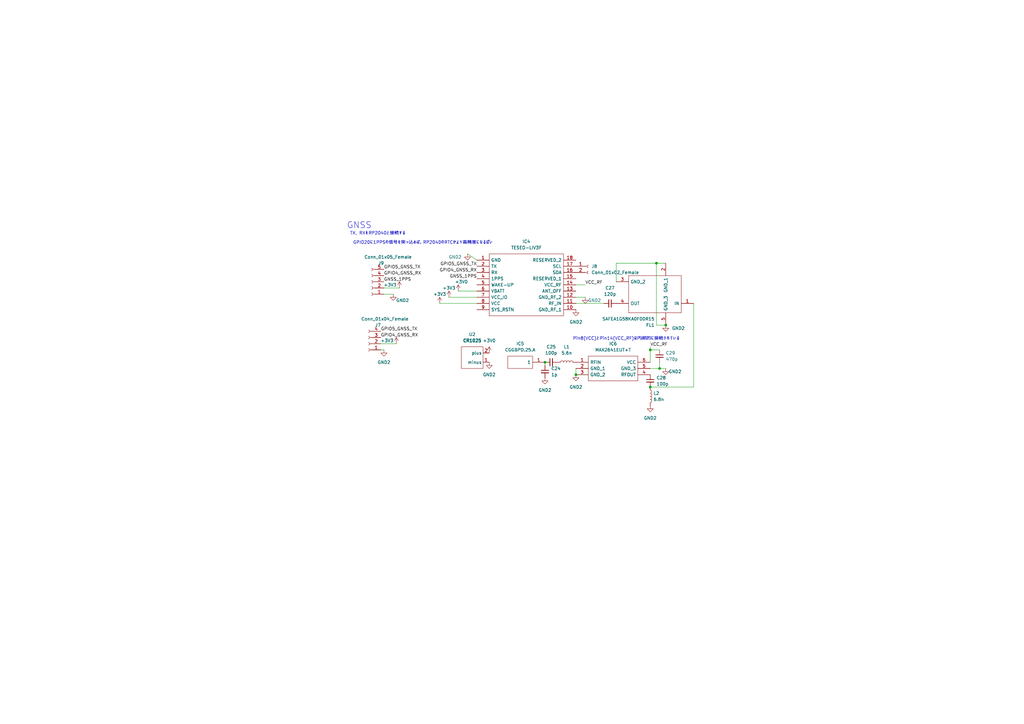
<source format=kicad_sch>
(kicad_sch (version 20211123) (generator eeschema)
  (paper "A3")
  (title_block (title "tanekonsat_2022_auto_runback") (company "DERC CanSat PJ") (comment 1 "Akio M"))
  (lib_symbols
    (symbol "Connector:Conn_01x02_Female" (pin_names (offset 1.016) hide)
      (property "Reference" "J" (at 0 2.54 0))
      (property "Value" "Conn_01x02_Female" (at 0 -5.08 0))
      (symbol "Conn_01x02_Female_1_1"
        (arc (start 0 -2.032) (mid -0.508 -2.54) (end 0 -3.048) (stroke (width 0.1524)))
        (polyline (pts (xy -1.27 -2.54) (xy -0.508 -2.54)) (stroke (width 0.1524)))
        (polyline (pts (xy -1.27 0) (xy -0.508 0)) (stroke (width 0.1524)))
        (arc (start 0 0.508) (mid -0.508 0) (end 0 -0.508) (stroke (width 0.1524)))
        (pin passive line (at -5.08 0 0) (length 3.81) (name "Pin_1") (number "1"))
        (pin passive line (at -5.08 -2.54 0) (length 3.81) (name "Pin_2") (number "2"))
      )
    )
    (symbol "Connector:Conn_01x04_Female" (pin_names (offset 1.016) hide)
      (property "Reference" "J" (at 0 5.08 0))
      (property "Value" "Conn_01x04_Female" (at 0 -7.62 0))
      (symbol "Conn_01x04_Female_1_1"
        (arc (start 0 -4.572) (mid -0.508 -5.08) (end 0 -5.588) (stroke (width 0.1524)))
        (arc (start 0 -2.032) (mid -0.508 -2.54) (end 0 -3.048) (stroke (width 0.1524)))
        (polyline (pts (xy -1.27 -5.08) (xy -0.508 -5.08)) (stroke (width 0.1524)))
        (polyline (pts (xy -1.27 -2.54) (xy -0.508 -2.54)) (stroke (width 0.1524)))
        (polyline (pts (xy -1.27 0) (xy -0.508 0)) (stroke (width 0.1524)))
        (polyline (pts (xy -1.27 2.54) (xy -0.508 2.54)) (stroke (width 0.1524)))
        (arc (start 0 0.508) (mid -0.508 0) (end 0 -0.508) (stroke (width 0.1524)))
        (arc (start 0 3.048) (mid -0.508 2.54) (end 0 2.032) (stroke (width 0.1524)))
        (pin passive line (at -5.08 2.54 0) (length 3.81) (name "Pin_1") (number "1"))
        (pin passive line (at -5.08 0 0) (length 3.81) (name "Pin_2") (number "2"))
        (pin passive line (at -5.08 -2.54 0) (length 3.81) (name "Pin_3") (number "3"))
        (pin passive line (at -5.08 -5.08 0) (length 3.81) (name "Pin_4") (number "4"))
      )
    )
    (symbol "Connector:Conn_01x05_Female" (pin_names (offset 1.016) hide)
      (property "Reference" "J" (at 0 7.62 0))
      (property "Value" "Conn_01x05_Female" (at 0 -7.62 0))
      (symbol "Conn_01x05_Female_1_1"
        (arc (start 0 -4.572) (mid -0.508 -5.08) (end 0 -5.588) (stroke (width 0.1524)))
        (arc (start 0 -2.032) (mid -0.508 -2.54) (end 0 -3.048) (stroke (width 0.1524)))
        (polyline (pts (xy -1.27 -5.08) (xy -0.508 -5.08)) (stroke (width 0.1524)))
        (polyline (pts (xy -1.27 -2.54) (xy -0.508 -2.54)) (stroke (width 0.1524)))
        (polyline (pts (xy -1.27 0) (xy -0.508 0)) (stroke (width 0.1524)))
        (polyline (pts (xy -1.27 2.54) (xy -0.508 2.54)) (stroke (width 0.1524)))
        (polyline (pts (xy -1.27 5.08) (xy -0.508 5.08)) (stroke (width 0.1524)))
        (arc (start 0 0.508) (mid -0.508 0) (end 0 -0.508) (stroke (width 0.1524)))
        (arc (start 0 3.048) (mid -0.508 2.54) (end 0 2.032) (stroke (width 0.1524)))
        (arc (start 0 5.588) (mid -0.508 5.08) (end 0 4.572) (stroke (width 0.1524)))
        (pin passive line (at -5.08 5.08 0) (length 3.81) (name "Pin_1") (number "1"))
        (pin passive line (at -5.08 2.54 0) (length 3.81) (name "Pin_2") (number "2"))
        (pin passive line (at -5.08 0 0) (length 3.81) (name "Pin_3") (number "3"))
        (pin passive line (at -5.08 -2.54 0) (length 3.81) (name "Pin_4") (number "4"))
        (pin passive line (at -5.08 -5.08 0) (length 3.81) (name "Pin_5") (number "5"))
      )
    )
    (symbol "Device:C_Small" (pin_numbers hide) (pin_names (offset 0.254) hide)
      (property "Reference" "C" (at 0.254 1.778 0))
      (property "Value" "C_Small" (at 0.254 -2.032 0))
      (symbol "C_Small_0_1"
        (polyline (pts (xy -1.524 -0.508) (xy 1.524 -0.508)) (stroke (width 0.3302)))
        (polyline (pts (xy -1.524 0.508) (xy 1.524 0.508)) (stroke (width 0.3048)))
      )
      (symbol "C_Small_1_1"
        (pin passive line (at 0 2.54 270) (length 2.032) (name "~") (number "1"))
        (pin passive line (at 0 -2.54 90) (length 2.032) (name "~") (number "2"))
      )
    )
    (symbol "Device:L" (pin_numbers hide) (pin_names (offset 1.016) hide)
      (property "Reference" "L" (at -1.27 0 90))
      (property "Value" "L" (at 1.905 0 90))
      (symbol "L_0_1"
        (arc (start 0 -2.54) (mid 0.635 -1.905) (end 0 -1.27))
        (arc (start 0 -1.27) (mid 0.635 -0.635) (end 0 0))
        (arc (start 0 0) (mid 0.635 0.635) (end 0 1.27))
        (arc (start 0 1.27) (mid 0.635 1.905) (end 0 2.54))
      )
      (symbol "L_1_1"
        (pin passive line (at 0 3.81 270) (length 1.27) (name "1") (number "1"))
        (pin passive line (at 0 -3.81 90) (length 1.27) (name "2") (number "2"))
      )
    )
    (symbol "SamacSys_Parts:CGGBPD.25.A" (pin_names (offset 0.762))
      (property "Reference" "IC" (at 16.51 7.62 0))
      (property "Value" "CGGBPD.25.A" (at 16.51 5.08 0))
      (symbol "CGGBPD.25.A_0_0"
        (pin passive line (at 0 0 0) (length 5.08) (name "1") (number "1"))
      )
      (symbol "CGGBPD.25.A_0_1"
        (polyline (pts (xy 5.08 2.54) (xy 15.24 2.54) (xy 15.24 -2.54) (xy 5.08 -2.54) (xy 5.08 2.54)) (stroke (width 0.1524)))
      )
    )
    (symbol "SamacSys_Parts:MAX2641EUT+T" (pin_names (offset 0.762))
      (property "Reference" "IC" (at 26.67 7.62 0))
      (property "Value" "MAX2641EUT+T" (at 26.67 5.08 0))
      (symbol "MAX2641EUT+T_0_0"
        (pin passive line (at 0 0 0) (length 5.08) (name "RFIN") (number "1"))
        (pin passive line (at 0 -2.54 0) (length 5.08) (name "GND_1") (number "2"))
        (pin passive line (at 0 -5.08 0) (length 5.08) (name "GND_2") (number "3"))
        (pin passive line (at 30.48 -5.08 180) (length 5.08) (name "RFOUT") (number "4"))
        (pin passive line (at 30.48 -2.54 180) (length 5.08) (name "GND_3") (number "5"))
        (pin passive line (at 30.48 0 180) (length 5.08) (name "VCC") (number "6"))
      )
      (symbol "MAX2641EUT+T_0_1"
        (polyline (pts (xy 5.08 2.54) (xy 25.4 2.54) (xy 25.4 -7.62) (xy 5.08 -7.62) (xy 5.08 2.54)) (stroke (width 0.1524)))
      )
    )
    (symbol "SamacSys_Parts:SAFEA1G58KA0F00R15" (pin_names (offset 0.762))
      (property "Reference" "FL?" (at 32.4994 17.78 0))
      (property "Value" "SAFEA1G58KA0F00R15" (at 32.4994 15.24 0))
      (symbol "SAFEA1G58KA0F00R15_0_0"
        (pin passive line (at 16.51 8.89 0) (length 5.08) (name "IN") (number "1"))
        (pin passive line (at 27.94 -7.62 90) (length 5.08) (name "GND_1") (number "2"))
        (pin passive line (at 48.26 0 180) (length 5.08) (name "GND_2") (number "3"))
        (pin passive line (at 48.26 8.89 180) (length 5.08) (name "OUT") (number "4"))
        (pin passive line (at 27.94 17.78 270) (length 5.08) (name "GND_3") (number "5"))
      )
      (symbol "SAFEA1G58KA0F00R15_0_1"
        (polyline (pts (xy 21.59 12.7) (xy 43.18 12.7) (xy 43.18 -2.54) (xy 21.59 -2.54) (xy 21.59 12.7)) (stroke (width 0.1524)))
      )
    )
    (symbol "SamacSys_Parts:TESEO-LIV3F" (pin_names (offset 0.762))
      (property "Reference" "IC" (at 36.83 7.62 0))
      (property "Value" "TESEO-LIV3F" (at 36.83 5.08 0))
      (symbol "TESEO-LIV3F_0_0"
        (pin passive line (at 0 0 0) (length 5.08) (name "GND") (number "1"))
        (pin passive line (at 40.64 -20.32 180) (length 5.08) (name "GND_RF_1") (number "10"))
        (pin passive line (at 40.64 -17.78 180) (length 5.08) (name "RF_IN") (number "11"))
        (pin passive line (at 40.64 -15.24 180) (length 5.08) (name "GND_RF_2") (number "12"))
        (pin passive line (at 40.64 -12.7 180) (length 5.08) (name "ANT_OFF") (number "13"))
        (pin passive line (at 40.64 -10.16 180) (length 5.08) (name "VCC_RF") (number "14"))
        (pin passive line (at 40.64 -7.62 180) (length 5.08) (name "RESERVED_1") (number "15"))
        (pin passive line (at 40.64 -5.08 180) (length 5.08) (name "SDA") (number "16"))
        (pin passive line (at 40.64 -2.54 180) (length 5.08) (name "SCL") (number "17"))
        (pin passive line (at 40.64 0 180) (length 5.08) (name "RESERVED_2") (number "18"))
        (pin passive line (at 0 -2.54 0) (length 5.08) (name "TX") (number "2"))
        (pin passive line (at 0 -5.08 0) (length 5.08) (name "RX") (number "3"))
        (pin passive line (at 0 -7.62 0) (length 5.08) (name "1PPS") (number "4"))
        (pin passive line (at 0 -10.16 0) (length 5.08) (name "WAKE-UP") (number "5"))
        (pin passive line (at 0 -12.7 0) (length 5.08) (name "VBATT") (number "6"))
        (pin passive line (at 0 -15.24 0) (length 5.08) (name "VCC_IO") (number "7"))
        (pin passive line (at 0 -17.78 0) (length 5.08) (name "VCC") (number "8"))
        (pin passive line (at 0 -20.32 0) (length 5.08) (name "SYS_RSTN") (number "9"))
      )
      (symbol "TESEO-LIV3F_0_1"
        (polyline (pts (xy 5.08 2.54) (xy 35.56 2.54) (xy 35.56 -22.86) (xy 5.08 -22.86) (xy 5.08 2.54)) (stroke (width 0.1524)))
      )
    )
    (symbol "power:+3V0" (power) (pin_names (offset 0))
      (property "Value" "+3V0" (at 0 3.556 0))
      (symbol "+3V0_0_1"
        (polyline (pts (xy -0.762 1.27) (xy 0 2.54)))
        (polyline (pts (xy 0 0) (xy 0 2.54)))
        (polyline (pts (xy 0 2.54) (xy 0.762 1.27)))
      )
      (symbol "+3V0_1_1"
        (pin power_in line (at 0 0 90) (length 0) hide (name "+3V0") (number "1"))
      )
    )
    (symbol "power:+3V3" (power) (pin_names (offset 0))
      (property "Value" "+3V3" (at 0 3.556 0))
      (symbol "+3V3_0_1"
        (polyline (pts (xy -0.762 1.27) (xy 0 2.54)))
        (polyline (pts (xy 0 0) (xy 0 2.54)))
        (polyline (pts (xy 0 2.54) (xy 0.762 1.27)))
      )
      (symbol "+3V3_1_1"
        (pin power_in line (at 0 0 90) (length 0) hide (name "+3V3") (number "1"))
      )
    )
    (symbol "power:GND2" (power) (pin_names (offset 0))
      (property "Value" "GND2" (at 0 -3.81 0))
      (symbol "GND2_0_1"
        (polyline (pts (xy 0 0) (xy 0 -1.27) (xy 1.27 -1.27) (xy 0 -2.54) (xy -1.27 -1.27) (xy 0 -1.27)))
      )
      (symbol "GND2_1_1"
        (pin power_in line (at 0 0 270) (length 0) hide (name "GND2") (number "1"))
      )
    )
    (symbol "tanekonsat:CR2032"
      (property "Reference" "U" (at 3.81 10.16 0))
      (property "Value" "CR2032" (at 6.35 -1.27 0))
      (symbol "CR2032_0_1"
        (rectangle (start 2.54 8.89) (end 11.43 0))
      )
      (symbol "CR2032_1_1"
        (pin output line (at 0 6.35 0) (length 2.54) (name "minus") (number "1"))
        (pin output line (at 0 2.54 0) (length 2.54) (name "plus") (number "2"))
      )
    )
  )
  (junction (at 223.52 148.59))
  (junction (at 270.51 151.13))
  (junction (at 273.05 133.35))
  (junction (at 266.7 158.75))
  (junction (at 269.24 107.95))
  (junction (at 236.22 153.67))
  (junction (at 266.7 143.51))
  (wire (pts (xy 266.7 143.51) (xy 266.7 148.59)))
  (wire (pts (xy 240.03 121.92) (xy 236.22 121.92)))
  (wire (pts (xy 184.15 121.92) (xy 195.58 121.92)))
  (wire (pts (xy 270.51 148.59) (xy 270.51 151.13)))
  (wire (pts (xy 162.56 140.97) (xy 156.21 140.97)))
  (wire (pts (xy 163.83 118.11) (xy 157.48 118.11)))
  (wire (pts (xy 270.51 151.13) (xy 266.7 151.13)))
  (wire (pts (xy 223.52 149.86) (xy 223.52 148.59)))
  (wire (pts (xy 236.22 124.46) (xy 247.65 124.46)))
  (wire (pts (xy 157.48 143.51) (xy 156.21 143.51)))
  (wire (pts (xy 236.22 153.67) (xy 241.3 153.67)))
  (wire (pts (xy 252.73 115.57) (xy 252.73 107.95)))
  (wire (pts (xy 284.48 124.46) (xy 284.48 158.75)))
  (wire (pts (xy 161.29 120.65) (xy 157.48 120.65)))
  (wire (pts (xy 269.24 133.35) (xy 269.24 107.95)))
  (wire (pts (xy 273.05 151.13) (xy 270.51 151.13)))
  (wire (pts (xy 187.96 119.38) (xy 195.58 119.38)))
  (wire (pts (xy 180.34 124.46) (xy 195.58 124.46)))
  (wire (pts (xy 266.7 142.24) (xy 266.7 143.51)))
  (wire (pts (xy 191.77 104.14) (xy 195.58 106.68)))
  (wire (pts (xy 252.73 107.95) (xy 269.24 107.95)))
  (wire (pts (xy 236.22 151.13) (xy 236.22 153.67)))
  (wire (pts (xy 266.7 158.75) (xy 284.48 158.75)))
  (wire (pts (xy 240.03 116.84) (xy 236.22 116.84)))
  (wire (pts (xy 273.05 133.35) (xy 269.24 133.35)))
  (wire (pts (xy 266.7 143.51) (xy 270.51 143.51)))
  (wire (pts (xy 269.24 107.95) (xy 273.05 107.95)))
  (text "GNSS" (at 142.24 93.98 0) (effects (font (size 2.54 2.54)) (justify left bottom)))
  (text "Pin8(VCC)とPin14(VCC_RF)は内部的に接続されている" (at 234.95 139.7 0) (effects (font (size 1.27 1.27)) (justify left bottom)))
  (text "TX, RXをRP2040と接続する" (at 143.51 96.52 0) (effects (font (size 1.27 1.27)) (justify left bottom)))
  (text "GPIO20に1PPSの信号を突っ込めば，RP2040のRTCがより高精度になるぽい" (at 144.78 100.33 0) (effects (font (size 1.27 1.27)) (justify left bottom)))
  (label "GPIO4_GNSS_RX" (at 157.48 113.03 0))
  (label "GPIO4_GNSS_RX" (at 195.58 111.76 180))
  (label "GPIO5_GNSS_TX" (at 195.58 109.22 180))
  (label "GNSS_1PPS" (at 195.58 114.3 180))
  (label "GPIO5_GNSS_TX" (at 157.48 110.49 0))
  (label "VCC_RF" (at 240.03 116.84 0))
  (label "GNSS_1PPS" (at 157.48 115.57 0))
  (label "VCC_RF" (at 266.7 142.24 0))
  (label "GPIO4_GNSS_RX" (at 156.21 138.43 0))
  (label "GPIO5_GNSS_TX" (at 156.21 135.89 0))
  (symbol (lib_id "power:GND2") (at 161.29 120.65 0) (unit 1)
    (property "Reference" "#PWR0103" (effects hide))
    (property "Value" "GND2" (at 165.1 123.19 0))
  )
  (symbol (lib_id "SamacSys_Parts:CGGBPD.25.A") (at 223.52 148.59 180) (unit 1)
    (property "Reference" "IC5" (at 213.36 140.97 0))
    (property "Value" "CGGBPD.25.A" (at 213.36 143.51 0))
    (property "Footprint" "SamacSys_Parts:CGGBPD25A" (effects hide))
    (property "Datasheet" "https://cdn.taoglas.com/datasheets/CGGBP.25.4.A.02.pdf" (effects hide))
    (property "Description" "EVAL BOARD GPS/GLONASS/BEIDOU" (effects hide))
    (property "Height" "5.4" (effects hide))
    (property "Manufacturer_Name" "Taoglas" (effects hide))
    (property "Manufacturer_Part_Number" "CGGBPD.25.A" (effects hide))
    (property "Mouser Part Number" "960-CGGBPD.25.A" (effects hide))
    (property "Mouser Price/Stock" "https://www.mouser.co.uk/ProductDetail/Taoglas/CGGBPD25A?qs=gQGbhTXPkfgXlaXTNwnwuA%3D%3D" (effects hide))
  )
  (symbol (lib_id "power:GND2") (at 157.48 143.51 0) (unit 1)
    (property "Reference" "#PWR0101" (effects hide))
    (property "Value" "GND2" (at 157.48 148.59 0))
  )
  (symbol (lib_id "power:GND2") (at 223.52 154.94 0) (unit 1)
    (property "Reference" "#PWR042" (effects hide))
    (property "Value" "GND2" (at 223.52 160.02 0))
  )
  (symbol (lib_id "Connector:Conn_01x05_Female") (at 152.4 115.57 180) (unit 1)
    (property "Reference" "J9" (at 157.48 107.95 0) (effects (justify left)))
    (property "Value" "Conn_01x05_Female" (at 168.91 105.41 0) (effects (justify left)))
    (property "Footprint" "tanekonsat:PinHeader_1x05_P2.00mm_Vertical" (effects hide))
  )
  (symbol (lib_id "tanekonsat:CR2032") (at 200.66 142.24 180) (unit 1)
    (property "Reference" "U2" (at 193.675 137.16 0))
    (property "Value" "CR1025" (at 193.675 139.7 0) (effects (font bold)))
    (property "Footprint" "tanekonsat:CR1025_Holder" (effects hide))
  )
  (symbol (lib_id "power:+3V3") (at 180.34 124.46 0) (unit 1)
    (property "Reference" "#PWR031" (effects hide))
    (property "Value" "+3V3" (at 180.34 120.65 0))
  )
  (symbol (lib_id "Device:C_Small") (at 270.51 146.05 0) (unit 1)
    (property "Reference" "C29" (at 273.05 144.7862 0) (effects (justify left)))
    (property "Value" "470p" (at 273.05 147.3262 0) (effects (justify left)))
    (property "Footprint" "Capacitor_SMD:C_0402_1005Metric" (effects hide))
    (property "LCSC" "C1537" (effects hide))
  )
  (symbol (lib_id "power:GND2") (at 266.7 166.37 0) (unit 1)
    (property "Reference" "#PWR049" (effects hide))
    (property "Value" "GND2" (at 266.7 171.45 0))
  )
  (symbol (lib_id "power:+3V3") (at 163.83 118.11 0) (unit 1)
    (property "Reference" "#PWR0104" (effects hide))
    (property "Value" "+3V3" (at 160.02 116.84 0))
  )
  (symbol (lib_id "Device:C_Small") (at 226.06 148.59 90) (unit 1)
    (property "Reference" "C25" (at 226.0663 142.24 90))
    (property "Value" "100p" (at 226.0663 144.78 90))
    (property "Footprint" "Capacitor_SMD:C_0402_1005Metric" (effects hide))
    (property "LCSC" "C1546" (effects hide))
  )
  (symbol (lib_id "SamacSys_Parts:SAFEA1G58KA0F00R15") (at 300.99 115.57 180) (unit 1)
    (property "Reference" "FL1" (at 268.4906 133.35 0) (effects (justify left)))
    (property "Value" "SAFEA1G58KA0F00R15" (at 268.4906 130.81 0) (effects (justify left)))
    (property "Footprint" "SamacSys_Parts:SAFEA1G58KA0F00R15" (effects hide))
    (property "Datasheet" "https://datasheet.lcsc.com/szlcsc/Murata-Electronics-SAFEA1G58KA0F00R15_C91641.pdf" (effects hide))
    (property "Description" "Signal Conditioning" (effects hide))
    (property "Height" "0.5" (effects hide))
    (property "Manufacturer_Name" "Murata Electronics" (effects hide))
    (property "Manufacturer_Part_Number" "SAFEA1G58KA0F00R15" (effects hide))
    (property "Mouser Part Number" "N/A" (effects hide))
    (property "Mouser Price/Stock" "https://www.mouser.co.uk/ProductDetail/Murata-Power-Solutions/SAFEA1G58KA0F00R15?qs=H5EaGE3Pc5kSHffIWWQS%252Bw%3D%3D" (effects hide))
    (property "LCSC" "C91641" (effects hide))
  )
  (symbol (lib_id "power:GND2") (at 200.66 148.59 0) (unit 1)
    (property "Reference" "#PWR028" (effects hide))
    (property "Value" "GND2" (at 200.66 153.67 0))
  )
  (symbol (lib_id "Device:L") (at 232.41 148.59 90) (unit 1)
    (property "Reference" "L1" (at 232.41 142.24 90))
    (property "Value" "5.6n" (at 232.41 144.78 90))
    (property "Footprint" "Inductor_SMD:L_0603_1608Metric_Pad1.05x0.95mm_HandSolder" (effects hide))
  )
  (symbol (lib_id "power:GND2") (at 236.22 153.67 0) (unit 1)
    (property "Reference" "#PWR044" (effects hide))
    (property "Value" "GND2" (at 236.22 158.75 0))
  )
  (symbol (lib_id "Device:L") (at 266.7 162.56 0) (unit 1)
    (property "Reference" "L2" (at 267.97 161.2899 0) (effects (justify left)))
    (property "Value" "6.8n" (at 267.97 163.8299 0) (effects (justify left)))
    (property "Footprint" "Inductor_SMD:L_0603_1608Metric_Pad1.05x0.95mm_HandSolder" (effects hide))
  )
  (symbol (lib_id "Device:C_Small") (at 250.19 124.46 270) (unit 1)
    (property "Reference" "C27" (at 250.1836 118.11 90))
    (property "Value" "120p" (at 250.1836 120.65 90))
    (property "Footprint" "Capacitor_SMD:C_0402_1005Metric" (effects hide))
    (property "LCSC" "C307442" (effects hide))
  )
  (symbol (lib_id "Device:C_Small") (at 223.52 152.4 0) (unit 1)
    (property "Reference" "C24" (at 226.06 151.1362 0) (effects (justify left)))
    (property "Value" "1p" (at 226.06 153.6762 0) (effects (justify left)))
    (property "Footprint" "Capacitor_SMD:C_0402_1005Metric" (effects hide))
    (property "LCSC" "C1550" (effects hide))
  )
  (symbol (lib_id "power:+3V3") (at 162.56 140.97 0) (unit 1)
    (property "Reference" "#PWR0102" (effects hide))
    (property "Value" "+3V3" (at 158.75 139.7 0))
  )
  (symbol (lib_id "power:GND2") (at 236.22 127 0) (unit 1)
    (property "Reference" "#PWR043" (effects hide))
    (property "Value" "GND2" (at 236.22 132.08 0))
  )
  (symbol (lib_id "SamacSys_Parts:MAX2641EUT+T") (at 236.22 148.59 0) (unit 1)
    (property "Reference" "IC6" (at 251.46 140.97 0))
    (property "Value" "MAX2641EUT+T" (at 251.46 143.51 0))
    (property "Footprint" "SamacSys_Parts:SOT95P280X145-6N" (effects hide))
    (property "Datasheet" "https://datasheets.maximintegrated.com/en/ds/MAX2640-MAX2641.pdf" (effects hide))
    (property "Description" "MAXIM INTEGRATED PRODUCTS - MAX2641EUT+T - RF Amplifier, 15.7 dB Gain / 1.5 dB Noise, 300 MHz to 1.5 GHz, 2.7 V to 5.5 V Supply, SOT-23-6" (effects hide))
    (property "Height" "1.45" (effects hide))
    (property "Manufacturer_Name" "Maxim Integrated" (effects hide))
    (property "Manufacturer_Part_Number" "MAX2641EUT+T" (effects hide))
    (property "Mouser Part Number" "700-MAX2641EUTT" (effects hide))
    (property "Mouser Price/Stock" "https://www.mouser.co.uk/ProductDetail/Maxim-Integrated/MAX2641EUT%2bT/?qs=1THa7WoU59H%252B6w0O8v3kqQ%3D%3D" (effects hide))
  )
  (symbol (lib_id "SamacSys_Parts:TESEO-LIV3F") (at 195.58 106.68 0) (unit 1)
    (property "Reference" "IC4" (at 215.9 99.06 0))
    (property "Value" "TESEO-LIV3F" (at 215.9 101.6 0))
    (property "Footprint" "SamacSys_Parts:SON110P970X1010X230-18N" (effects hide))
    (property "Datasheet" "https://www.st.com/resource/en/datasheet/teseo-liv3f.pdf" (effects hide))
    (property "Description" "GPS Modules Tiny GNSS module" (effects hide))
    (property "Height" "2.3" (effects hide))
    (property "Manufacturer_Name" "STMicroelectronics" (effects hide))
    (property "Manufacturer_Part_Number" "TESEO-LIV3F" (effects hide))
    (property "Mouser Part Number" "511-TESEO-LIV3F" (effects hide))
    (property "Mouser Price/Stock" "https://www.mouser.co.uk/ProductDetail/STMicroelectronics/TESEO-LIV3F?qs=HXFqYaX1Q2wXp9tn7dEmMw%3D%3D" (effects hide))
    (property "Arrow Part Number" "TESEO-LIV3F" (effects hide))
    (property "Arrow Price/Stock" "https://www.arrow.com/en/products/teseo-liv3f/stmicroelectronics" (effects hide))
  )
  (symbol (lib_id "power:+3V0") (at 200.66 144.78 0) (unit 1)
    (property "Reference" "#PWR027" (effects hide))
    (property "Value" "+3V0" (at 200.66 139.7 0))
  )
  (symbol (lib_id "power:+3V0") (at 187.96 119.38 0) (unit 1)
    (property "Reference" "#PWR034" (effects hide))
    (property "Value" "+3V0" (at 189.23 115.57 0))
  )
  (symbol (lib_id "power:GND2") (at 240.03 121.92 0) (unit 1)
    (property "Reference" "#PWR045" (effects hide))
    (property "Value" "GND2" (at 243.84 123.19 0))
  )
  (symbol (lib_id "power:GND2") (at 273.05 151.13 0) (unit 1)
    (property "Reference" "#PWR050" (effects hide))
    (property "Value" "GND2" (at 276.86 152.4 0))
  )
  (symbol (lib_id "Connector:Conn_01x04_Female") (at 151.13 140.97 180) (unit 1)
    (property "Reference" "J7" (at 156.21 133.35 0) (effects (justify left)))
    (property "Value" "Conn_01x04_Female" (at 167.64 130.81 0) (effects (justify left)))
    (property "Footprint" "tanekonsat:PinHeader_1x04_P2.00mm_Vertical" (effects hide))
  )
  (symbol (lib_id "power:+3V3") (at 184.15 121.92 0) (unit 1)
    (property "Reference" "#PWR033" (effects hide))
    (property "Value" "+3V3" (at 184.15 118.11 0))
  )
  (symbol (lib_id "Device:C_Small") (at 266.7 156.21 0) (unit 1)
    (property "Reference" "C28" (at 269.24 154.9462 0) (effects (justify left)))
    (property "Value" "100p" (at 269.24 157.4862 0) (effects (justify left)))
    (property "Footprint" "Capacitor_SMD:C_0402_1005Metric" (effects hide))
    (property "LCSC" "C1546" (effects hide))
  )
  (symbol (lib_id "power:GND2") (at 191.77 104.14 0) (unit 1)
    (property "Reference" "#PWR035" (effects hide))
    (property "Value" "GND2" (at 186.69 105.41 0))
  )
  (symbol (lib_id "Connector:Conn_01x02_Female") (at 241.3 109.22 0) (unit 1)
    (property "Reference" "J8" (at 242.57 109.2199 0) (effects (justify left)))
    (property "Value" "Conn_01x02_Female" (at 242.57 111.7599 0) (effects (justify left)))
    (property "Footprint" "Connector_PinHeader_2.00mm:PinHeader_1x02_P2.00mm_Vertical" (effects hide))
  )
  (symbol (lib_id "power:GND2") (at 273.05 133.35 0) (unit 1)
    (property "Reference" "#PWR047" (effects hide))
    (property "Value" "GND2" (at 275.59 134.6199 0) (effects (justify left)))
  )
)
</source>
